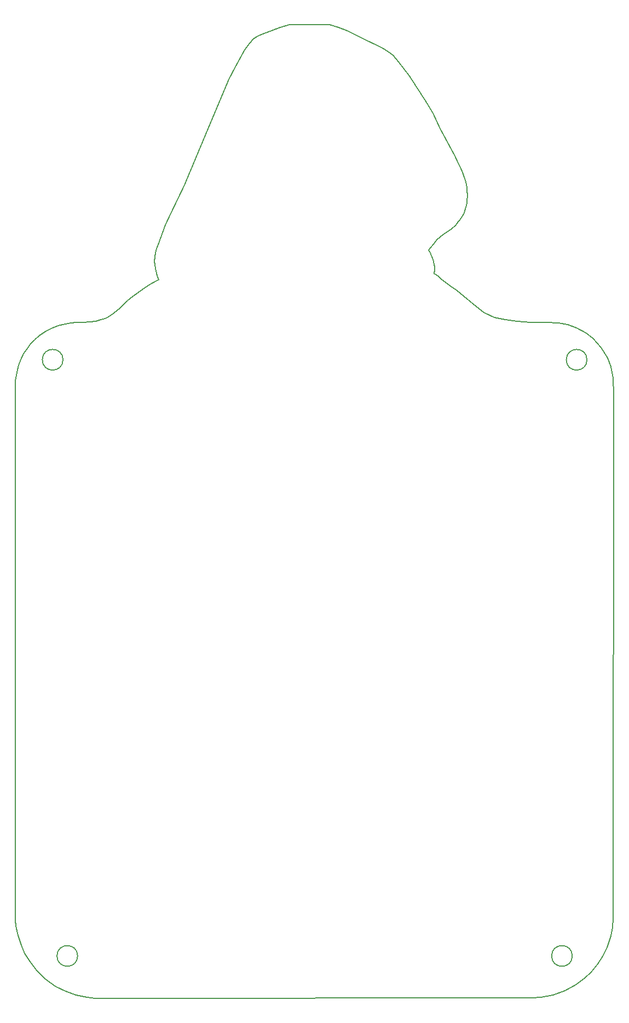
<source format=gm1>
G04 #@! TF.GenerationSoftware,KiCad,Pcbnew,(6.0.5)*
G04 #@! TF.CreationDate,2022-09-11T23:28:05-06:00*
G04 #@! TF.ProjectId,purplewizard,70757270-6c65-4776-997a-6172642e6b69,1.1*
G04 #@! TF.SameCoordinates,Original*
G04 #@! TF.FileFunction,Profile,NP*
%FSLAX46Y46*%
G04 Gerber Fmt 4.6, Leading zero omitted, Abs format (unit mm)*
G04 Created by KiCad (PCBNEW (6.0.5)) date 2022-09-11 23:28:05*
%MOMM*%
%LPD*%
G01*
G04 APERTURE LIST*
G04 #@! TA.AperFunction,Profile*
%ADD10C,0.150000*%
G04 #@! TD*
G04 APERTURE END LIST*
D10*
X144325600Y-21743600D02*
X150525600Y-21743600D01*
X169945600Y-52843600D02*
X170235600Y-52523600D01*
X169355600Y-53373600D02*
X169945600Y-52843600D01*
X168785600Y-53783600D02*
X169355600Y-53373600D01*
X168105600Y-54153600D02*
X168785600Y-53783600D01*
X167605600Y-54573600D02*
X168105600Y-54153600D01*
X167135600Y-55063600D02*
X167605600Y-54573600D01*
X166635600Y-55683600D02*
X167135600Y-55063600D01*
X166125600Y-56283600D02*
X166635600Y-55683600D01*
X165815600Y-56653600D02*
X166125600Y-56283600D01*
X166055600Y-57093600D02*
X165815600Y-56653600D01*
X166235600Y-57473600D02*
X166055600Y-57093600D01*
X166505600Y-58113600D02*
X166235600Y-57473600D01*
X166665600Y-58813600D02*
X166505600Y-58113600D01*
X166735600Y-59233600D02*
X166665600Y-58813600D01*
X166745600Y-59873600D02*
X166735600Y-59233600D01*
X166725600Y-60133600D02*
X166745600Y-59873600D01*
X166705600Y-60273600D02*
X166725600Y-60133600D01*
X166855600Y-60393600D02*
X166705600Y-60273600D01*
X167235600Y-60653600D02*
X166855600Y-60393600D01*
X167785600Y-61103600D02*
X167235600Y-60653600D01*
X169165600Y-62113600D02*
X167785600Y-61103600D01*
X170225600Y-62933600D02*
X169165600Y-62113600D01*
X171255600Y-63713600D02*
X170225600Y-62933600D01*
X173195600Y-65323600D02*
X171255600Y-63713600D01*
X174375600Y-66263600D02*
X173195600Y-65323600D01*
X176025600Y-67053600D02*
X174375600Y-66263600D01*
X177715600Y-67393600D02*
X176025600Y-67053600D01*
X179595600Y-67683600D02*
X177715600Y-67393600D01*
X181605600Y-67803600D02*
X179595600Y-67683600D01*
X184075600Y-67833600D02*
X181605600Y-67803600D01*
X185865600Y-67873600D02*
X184075600Y-67833600D01*
X187365600Y-68173600D02*
X185865600Y-67873600D01*
X188725600Y-68663600D02*
X187365600Y-68173600D01*
X190135600Y-69393600D02*
X188725600Y-68663600D01*
X191215600Y-70273600D02*
X190135600Y-69393600D01*
X192515600Y-71713600D02*
X191215600Y-70273600D01*
X193495600Y-73333600D02*
X192515600Y-71713600D01*
X194015600Y-74673600D02*
X193495600Y-73333600D01*
X194355600Y-76443600D02*
X194015600Y-74673600D01*
X194435600Y-78923600D02*
X194355600Y-76443600D01*
X194385600Y-160083600D02*
X194435600Y-78923600D01*
X194305600Y-161353600D02*
X194385600Y-160083600D01*
X194045600Y-162743600D02*
X194305600Y-161353600D01*
X193445600Y-164463600D02*
X194045600Y-162743600D01*
X192795600Y-165843600D02*
X193445600Y-164463600D01*
X191975600Y-167063600D02*
X192795600Y-165843600D01*
X190985600Y-168293600D02*
X191975600Y-167063600D01*
X189975600Y-169273600D02*
X190985600Y-168293600D01*
X188585600Y-170283600D02*
X189975600Y-169273600D01*
X186935600Y-171183600D02*
X188585600Y-170283600D01*
X185015600Y-171873600D02*
X186935600Y-171183600D01*
X183225600Y-172243600D02*
X185015600Y-171873600D01*
X181825600Y-172323600D02*
X183225600Y-172243600D01*
X114295600Y-172343600D02*
X181825600Y-172323600D01*
X112995600Y-172213600D02*
X114295600Y-172343600D01*
X111325600Y-171873600D02*
X112995600Y-172213600D01*
X109665600Y-171243600D02*
X111325600Y-171873600D01*
X108115600Y-170483600D02*
X109665600Y-171243600D01*
X106505600Y-169323600D02*
X108115600Y-170483600D01*
X105205600Y-168063600D02*
X106505600Y-169323600D01*
X104165600Y-166713600D02*
X105205600Y-168063600D01*
X103395600Y-165473600D02*
X104165600Y-166713600D01*
X102805600Y-164173600D02*
X103395600Y-165473600D01*
X102315600Y-162643600D02*
X102805600Y-164173600D01*
X102035600Y-161193600D02*
X102315600Y-162643600D01*
X101955600Y-160243600D02*
X102035600Y-161193600D01*
X101935600Y-76903600D02*
X101955600Y-160243600D01*
X102135600Y-75503600D02*
X101935600Y-76903600D01*
X102415600Y-74403600D02*
X102135600Y-75503600D01*
X102745600Y-73603600D02*
X102415600Y-74403600D01*
X103195600Y-72663600D02*
X102745600Y-73603600D01*
X103675600Y-71923600D02*
X103195600Y-72663600D01*
X104305600Y-71123600D02*
X103675600Y-71923600D01*
X104865600Y-70523600D02*
X104305600Y-71123600D01*
X105635600Y-69873600D02*
X104865600Y-70523600D01*
X106615600Y-69193600D02*
X105635600Y-69873600D01*
X107465600Y-68743600D02*
X106615600Y-69193600D01*
X108555600Y-68303600D02*
X107465600Y-68743600D01*
X109585600Y-68053600D02*
X108555600Y-68303600D01*
X110565600Y-67883600D02*
X109585600Y-68053600D01*
X111285600Y-67843600D02*
X110565600Y-67883600D01*
X112445600Y-67833600D02*
X111285600Y-67843600D01*
X113435600Y-67733600D02*
X112445600Y-67833600D01*
X114325600Y-67633600D02*
X113435600Y-67733600D01*
X115095600Y-67413600D02*
X114325600Y-67633600D01*
X115775600Y-67213600D02*
X115095600Y-67413600D01*
X116325600Y-66953600D02*
X115775600Y-67213600D01*
X117185600Y-66393600D02*
X116325600Y-66953600D01*
X118095600Y-65623600D02*
X117185600Y-66393600D01*
X119295600Y-64453600D02*
X118095600Y-65623600D01*
X120065600Y-63833600D02*
X119295600Y-64453600D01*
X120935600Y-63153600D02*
X120065600Y-63833600D01*
X121555600Y-62713600D02*
X120935600Y-63153600D01*
X122665600Y-61983600D02*
X121555600Y-62713600D01*
X123775600Y-61363600D02*
X122665600Y-61983600D01*
X124095600Y-61193600D02*
X123775600Y-61363600D01*
X123875600Y-60633600D02*
X124095600Y-61193600D01*
X123725600Y-60193600D02*
X123875600Y-60633600D01*
X123565600Y-59503600D02*
X123725600Y-60193600D01*
X123465600Y-58873600D02*
X123565600Y-59503600D01*
X123435600Y-58423600D02*
X123465600Y-58873600D01*
X123475600Y-57633600D02*
X123435600Y-58423600D01*
X123565600Y-57053600D02*
X123475600Y-57633600D01*
X123725600Y-56413600D02*
X123565600Y-57053600D01*
X123975600Y-55833600D02*
X123725600Y-56413600D01*
X125135600Y-52763600D02*
X123975600Y-55833600D01*
X125975600Y-50933600D02*
X125135600Y-52763600D01*
X128055600Y-46533600D02*
X125975600Y-50933600D01*
X131535600Y-38293600D02*
X128055600Y-46533600D01*
X134935600Y-30243600D02*
X131535600Y-38293600D01*
X135935600Y-28313600D02*
X134935600Y-30243600D01*
X137425600Y-25673600D02*
X135935600Y-28313600D01*
X138185600Y-24613600D02*
X137425600Y-25673600D01*
X138735600Y-23983600D02*
X138185600Y-24613600D01*
X139225600Y-23583600D02*
X138735600Y-23983600D01*
X139745600Y-23323600D02*
X139225600Y-23583600D01*
X140415600Y-23093600D02*
X139745600Y-23323600D01*
X141565600Y-22653600D02*
X140415600Y-23093600D01*
X142875600Y-22163600D02*
X141565600Y-22653600D01*
X144325600Y-21743600D02*
X142875600Y-22163600D01*
X151845600Y-22213600D02*
X150525600Y-21743600D01*
X153185600Y-22723600D02*
X151845600Y-22213600D01*
X154365600Y-23253600D02*
X153185600Y-22723600D01*
X156235600Y-24183600D02*
X154365600Y-23253600D01*
X157695600Y-24903600D02*
X156235600Y-24183600D01*
X158725600Y-25413600D02*
X157695600Y-24903600D01*
X159635600Y-25963600D02*
X158725600Y-25413600D01*
X160295600Y-26533600D02*
X159635600Y-25963600D01*
X161165600Y-27493600D02*
X160295600Y-26533600D01*
X162835600Y-29693600D02*
X161165600Y-27493600D01*
X165515600Y-33793600D02*
X162835600Y-29693600D01*
X166475600Y-35483600D02*
X165515600Y-33793600D01*
X167635600Y-37843600D02*
X166475600Y-35483600D01*
X169865600Y-42103600D02*
X167635600Y-37843600D01*
X170335600Y-43043600D02*
X169865600Y-42103600D01*
X170765600Y-43863600D02*
X170335600Y-43043600D01*
X171095600Y-44633600D02*
X170765600Y-43863600D01*
X171375600Y-45343600D02*
X171095600Y-44633600D01*
X171545600Y-45843600D02*
X171375600Y-45343600D01*
X171685600Y-46483600D02*
X171545600Y-45843600D01*
X171755600Y-47023600D02*
X171685600Y-46483600D01*
X171805600Y-47563600D02*
X171755600Y-47023600D01*
X171835600Y-48003600D02*
X171805600Y-47563600D01*
X171835600Y-48403600D02*
X171835600Y-48003600D01*
X171805600Y-48763600D02*
X171835600Y-48403600D01*
X171755600Y-49243600D02*
X171805600Y-48763600D01*
X171655600Y-49783600D02*
X171755600Y-49243600D01*
X171545600Y-50233600D02*
X171655600Y-49783600D01*
X171395600Y-50643600D02*
X171545600Y-50233600D01*
X171225600Y-51053600D02*
X171395600Y-50643600D01*
X171075600Y-51333600D02*
X171225600Y-51053600D01*
X170845600Y-51713600D02*
X171075600Y-51333600D01*
X170615600Y-52033600D02*
X170845600Y-51713600D01*
X170445600Y-52263600D02*
X170615600Y-52033600D01*
X170235600Y-52523600D02*
X170445600Y-52263600D01*
X109285600Y-73593600D02*
G75*
G03*
X109285600Y-73593600I-1600000J0D01*
G01*
X190325600Y-73593600D02*
G75*
G03*
X190325600Y-73593600I-1600000J0D01*
G01*
X188055600Y-165813600D02*
G75*
G03*
X188055600Y-165813600I-1600000J0D01*
G01*
X111555600Y-165813600D02*
G75*
G03*
X111555600Y-165813600I-1600000J0D01*
G01*
M02*

</source>
